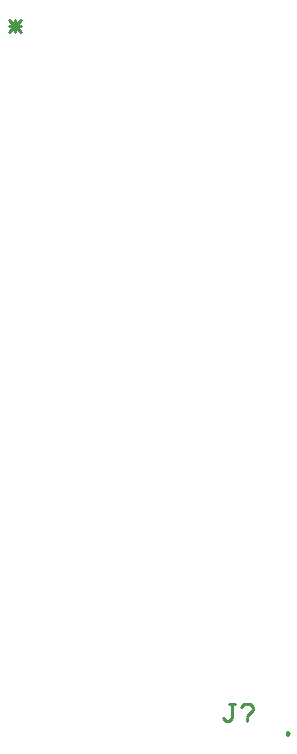
<source format=gto>
%FSTAX23Y23*%
%MOIN*%
%SFA1B1*%

%IPPOS*%
%ADD10C,0.009840*%
%ADD11C,0.010000*%
%LNjlcpcb_patch_test_1-1*%
%LPD*%
G54D10*
X01584Y00251D02*
X01577Y00255D01*
Y00247*
X01584Y00251*
G54D11*
X0065Y0263D02*
X0069Y0259D01*
X0065D02*
X0069Y0263D01*
X0065Y0261D02*
X0069D01*
X0067Y0259D02*
Y0263D01*
X01404Y0035D02*
X01384D01*
X01394*
Y00301*
X01384Y00291*
X01375*
X01365Y00301*
X01424Y0034D02*
X01434Y0035D01*
X01454*
X01464Y0034*
Y0033*
X01444Y0031*
Y00301D02*
Y00291D01*
M02*
</source>
